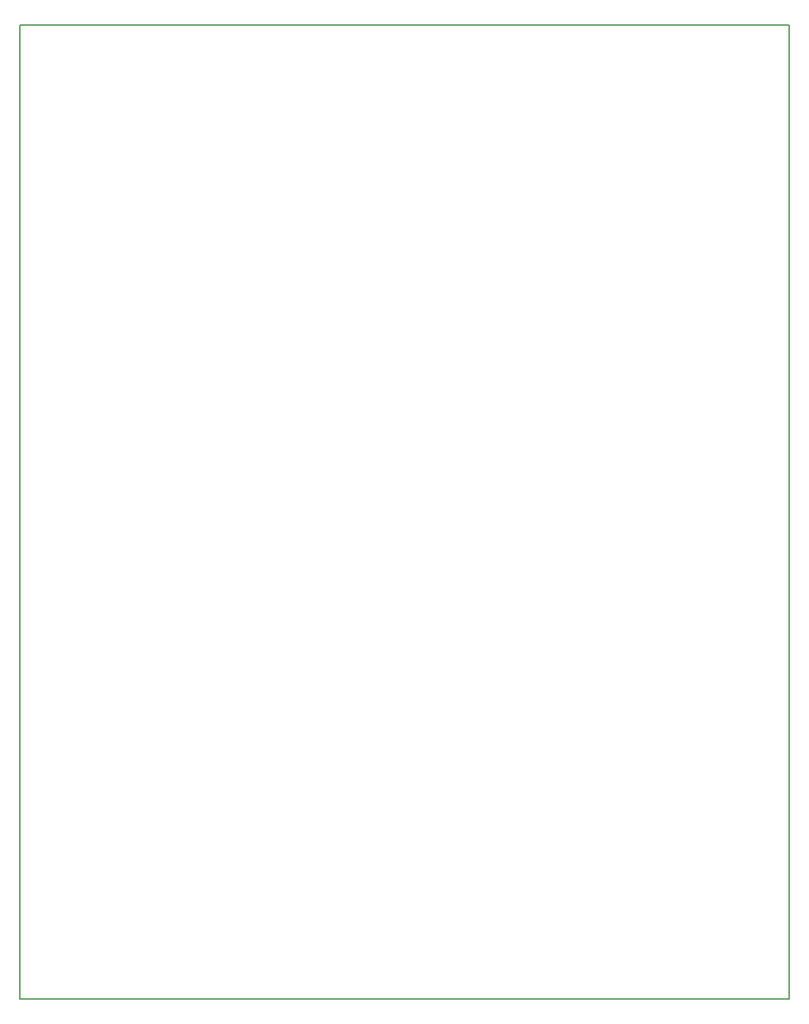
<source format=gbr>
G04 #@! TF.FileFunction,Profile,NP*
%FSLAX46Y46*%
G04 Gerber Fmt 4.6, Leading zero omitted, Abs format (unit mm)*
G04 Created by KiCad (PCBNEW 4.0.1-stable) date 10/15/2018 9:36:44 PM*
%MOMM*%
G01*
G04 APERTURE LIST*
%ADD10C,0.100000*%
%ADD11C,0.150000*%
G04 APERTURE END LIST*
D10*
D11*
X55880000Y-74168000D02*
X55880000Y-202692000D01*
X157480000Y-202692000D02*
X157480000Y-74168000D01*
X55880000Y-202692000D02*
X157480000Y-202692000D01*
X157480000Y-74168000D02*
X55880000Y-74168000D01*
M02*

</source>
